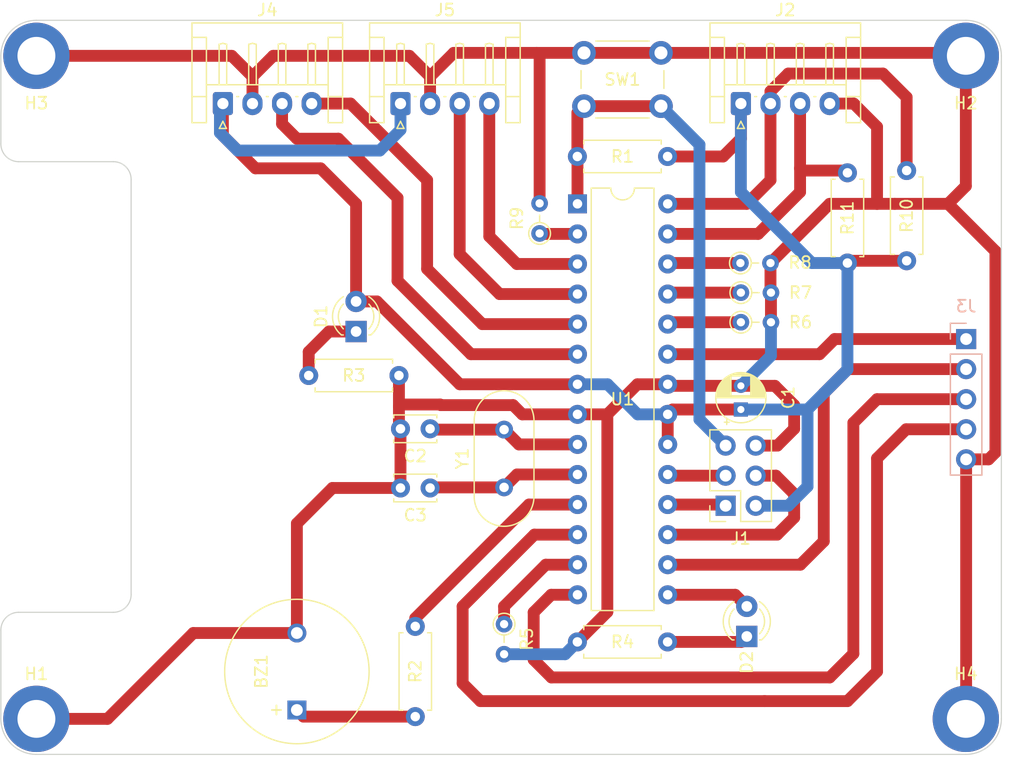
<source format=kicad_pcb>
(kicad_pcb (version 20211014) (generator pcbnew)
  (layers (0 "F.Cu" signal) (31 "B.Cu" signal) (34 "B.Paste" user) (35 "F.Paste" user) (36 "B.SilkS" user "B.Silkscreen") (37 "F.SilkS" user "F.Silkscreen") (38 "B.Mask" user) (39 "F.Mask" user) (44 "Edge.Cuts" user))
  (net 0 "")
  (net 1 "Net-(BZ1-Pad1)")
  (net 2 "GND")
  (net 3 "+5V")
  (net 4 "Net-(C2-Pad1)")
  (net 5 "Net-(C3-Pad1)")
  (net 6 "Net-(D1-Pad1)")
  (net 7 "/LED")
  (net 8 "/MISO")
  (net 9 "/SCK")
  (net 10 "/MOSI")
  (net 11 "/RST")
  (net 12 "/SDA")
  (net 13 "/SCL")
  (net 14 "/BUZZ")
  (net 15 "/DM1")
  (net 16 "/PM1")
  (net 17 "/DM2")
  (net 18 "/PM2")
  (net 19 "/S5")
  (net 20 "Net-(D2-Pad1)")
  (net 21 "/M1A")
  (net 22 "/M1B")
  (net 23 "/M2A")
  (net 24 "/M2B")
  (net 25 "/S1")
  (net 26 "/S2")
  (net 27 "/S3")
  (net 28 "/S4")
  (footprint "Resistor_THT:R_Axial_DIN0207_L6.3mm_D2.5mm_P7.62mm_Horizontal" (layer "F.Cu") (at 106.31 61.5 180)
    (fp_text reference "R1" (at 3.81 0) (layer "F.SilkS"))
    (fp_text value "10K")
    (pad "1" thru_hole circle (at 0 0 180) (size 1.6 1.6) (drill 0.8) (layers *.Cu *.Mask) (net 3 "+5V"))
    (pad "2" thru_hole oval (at 7.62 0 180) (size 1.6 1.6) (drill 0.8) (layers *.Cu *.Mask) (net 11 "/RST"))
  )
  (footprint "Resistor_THT:R_Axial_DIN0207_L6.3mm_D2.5mm_P7.62mm_Horizontal" (layer "F.Cu") (at 76 80)
    (fp_text reference "R3" (at 3.81 0) (layer "F.SilkS"))
    (fp_text value "1K")
    (pad "1" thru_hole circle (at 0 0) (size 1.6 1.6) (drill 0.8) (layers *.Cu *.Mask) (net 6 "Net-(D1-Pad1)"))
    (pad "2" thru_hole oval (at 7.62 0) (size 1.6 1.6) (drill 0.8) (layers *.Cu *.Mask) (net 2 "GND"))
  )
  (footprint "Connector_JST:JST_EH_S4B-EH_1x04_P2.50mm_Horizontal" (layer "F.Cu") (at 112.5 57.0325)
    (fp_text reference "J2" (at 3.75 -7.9) (layer "F.SilkS"))
    (fp_text value "I2C")
    (pad "1" thru_hole roundrect (at 0 0) (size 1.7 1.95) (drill 0.95) (layers *.Cu *.Mask) (roundrect_rratio 0.1470588235) (net 3 "+5V"))
    (pad "2" thru_hole oval (at 2.5 0) (size 1.7 1.95) (drill 0.95) (layers *.Cu *.Mask) (net 13 "/SCL"))
    (pad "3" thru_hole oval (at 5 0) (size 1.7 1.95) (drill 0.95) (layers *.Cu *.Mask) (net 12 "/SDA"))
    (pad "4" thru_hole oval (at 7.5 0) (size 1.7 1.95) (drill 0.95) (layers *.Cu *.Mask) (net 2 "GND"))
  )
  (footprint "Resistor_THT:R_Axial_DIN0207_L6.3mm_D2.5mm_P7.62mm_Horizontal" (layer "F.Cu") (at 121.5 70.5 90)
    (fp_text reference "R11" (at 3.81 0 90) (layer "F.SilkS"))
    (fp_text value "10K")
    (pad "1" thru_hole circle (at 0 0 90) (size 1.6 1.6) (drill 0.8) (layers *.Cu *.Mask) (net 3 "+5V"))
    (pad "2" thru_hole oval (at 7.62 0 90) (size 1.6 1.6) (drill 0.8) (layers *.Cu *.Mask) (net 12 "/SDA"))
  )
  (footprint "Resistor_THT:R_Axial_DIN0207_L6.3mm_D2.5mm_P7.62mm_Horizontal" (layer "F.Cu") (at 126.5 70.31 90)
    (fp_text reference "R10" (at 3.81 0 90) (layer "F.SilkS"))
    (fp_text value "10K")
    (pad "1" thru_hole circle (at 0 0 90) (size 1.6 1.6) (drill 0.8) (layers *.Cu *.Mask) (net 3 "+5V"))
    (pad "2" thru_hole oval (at 7.62 0 90) (size 1.6 1.6) (drill 0.8) (layers *.Cu *.Mask) (net 13 "/SCL"))
  )
  (footprint "LED_THT:LED_D3.0mm" (layer "F.Cu") (at 113 102.04 90)
    (fp_text reference "D2" (at -2.19 0 90) (layer "F.SilkS"))
    (fp_text value "BUILD-IN")
    (pad "1" thru_hole rect (at 0 0 90) (size 1.8 1.8) (drill 0.9) (layers *.Cu *.Mask) (net 20 "Net-(D2-Pad1)"))
    (pad "2" thru_hole circle (at 2.54 0 90) (size 1.8 1.8) (drill 0.9) (layers *.Cu *.Mask) (net 7 "/LED"))
  )
  (footprint "Resistor_THT:R_Axial_DIN0204_L3.6mm_D1.6mm_P2.54mm_Vertical" (layer "F.Cu") (at 112.46 70.5)
    (fp_text reference "R8" (at 5.04 -0.04) (layer "F.SilkS"))
    (fp_text value "5K")
    (pad "1" thru_hole circle (at 0 0) (size 1.4 1.4) (drill 0.7) (layers *.Cu *.Mask) (net 28 "/S4"))
    (pad "2" thru_hole oval (at 2.54 0) (size 1.4 1.4) (drill 0.7) (layers *.Cu *.Mask) (net 2 "GND"))
  )
  (footprint "Connector_JST:JST_EH_S4B-EH_1x04_P2.50mm_Horizontal" (layer "F.Cu") (at 83.75 57.0325)
    (fp_text reference "J5" (at 3.75 -7.9) (layer "F.SilkS"))
    (fp_text value "M2")
    (pad "1" thru_hole roundrect (at 0 0) (size 1.7 1.95) (drill 0.95) (layers *.Cu *.Mask) (roundrect_rratio 0.1470588235) (net 3 "+5V"))
    (pad "2" thru_hole oval (at 2.5 0) (size 1.7 1.95) (drill 0.95) (layers *.Cu *.Mask) (net 2 "GND"))
    (pad "3" thru_hole oval (at 5 0) (size 1.7 1.95) (drill 0.95) (layers *.Cu *.Mask) (net 23 "/M2A"))
    (pad "4" thru_hole oval (at 7.5 0) (size 1.7 1.95) (drill 0.95) (layers *.Cu *.Mask) (net 24 "/M2B"))
  )
  (footprint "Button_Switch_THT:SW_PUSH_6mm" (layer "F.Cu") (at 105.75 57.25 180)
    (fp_text reference "SW1" (at 3.25 2.25) (layer "F.SilkS"))
    (fp_text value "reset")
    (pad "1" thru_hole circle (at 6.5 0 270) (size 2 2) (drill 1.1) (layers *.Cu *.Mask) (net 11 "/RST"))
    (pad "1" thru_hole circle (at 0 0 270) (size 2 2) (drill 1.1) (layers *.Cu *.Mask) (net 11 "/RST"))
    (pad "2" thru_hole circle (at 0 4.5 270) (size 2 2) (drill 1.1) (layers *.Cu *.Mask) (net 2 "GND"))
    (pad "2" thru_hole circle (at 6.5 4.5 270) (size 2 2) (drill 1.1) (layers *.Cu *.Mask) (net 2 "GND"))
  )
  (footprint "Resistor_THT:R_Axial_DIN0204_L3.6mm_D1.6mm_P2.54mm_Vertical" (layer "F.Cu") (at 92.5 101 -90)
    (fp_text reference "R5" (at 1.27 -1.92 90) (layer "F.SilkS"))
    (fp_text value "5K")
    (pad "1" thru_hole circle (at 0 0 270) (size 1.4 1.4) (drill 0.7) (layers *.Cu *.Mask) (net 25 "/S1"))
    (pad "2" thru_hole oval (at 2.54 0 270) (size 1.4 1.4) (drill 0.7) (layers *.Cu *.Mask) (net 2 "GND"))
  )
  (footprint "LED_THT:LED_D3.0mm" (layer "F.Cu") (at 80 76.285 90)
    (fp_text reference "D1" (at 1.27 -2.96 90) (layer "F.SilkS"))
    (fp_text value "POWER")
    (pad "1" thru_hole rect (at 0 0 90) (size 1.8 1.8) (drill 0.9) (layers *.Cu *.Mask) (net 6 "Net-(D1-Pad1)"))
    (pad "2" thru_hole circle (at 2.54 0 90) (size 1.8 1.8) (drill 0.9) (layers *.Cu *.Mask) (net 3 "+5V"))
  )
  (footprint "MountingHole:MountingHole_3.2mm_M3_DIN965_Pad" (layer "F.Cu") (at 131.5 53)
    (fp_text reference "H2" (at 0 4) (layer "F.SilkS"))
    (fp_text value "M3")
    (pad "1" thru_hole circle (at 0 0) (size 5.6 5.6) (drill 3.2) (layers *.Cu *.Mask) (net 2 "GND"))
  )
  (footprint "Resistor_THT:R_Axial_DIN0204_L3.6mm_D1.6mm_P2.54mm_Vertical" (layer "F.Cu") (at 95.5 68 90)
    (fp_text reference "R9" (at 1.27 -1.92 90) (layer "F.SilkS"))
    (fp_text value "5K")
    (pad "1" thru_hole circle (at 0 0 90) (size 1.4 1.4) (drill 0.7) (layers *.Cu *.Mask) (net 19 "/S5"))
    (pad "2" thru_hole oval (at 2.54 0 90) (size 1.4 1.4) (drill 0.7) (layers *.Cu *.Mask) (net 2 "GND"))
  )
  (footprint "Capacitor_THT:CP_Radial_D4.0mm_P2.00mm" (layer "F.Cu") (at 112.5 82.87198 90)
    (fp_text reference "C1" (at 1 4 90) (layer "F.SilkS"))
    (fp_text value "10uF")
    (pad "1" thru_hole rect (at 0 0 90) (size 1.2 1.2) (drill 0.6) (layers *.Cu *.Mask) (net 3 "+5V"))
    (pad "2" thru_hole circle (at 2 0 90) (size 1.2 1.2) (drill 0.6) (layers *.Cu *.Mask) (net 2 "GND"))
  )
  (footprint "Crystal:Crystal_HC49-4H_Vertical" (layer "F.Cu") (at 92.5 89.45 90)
    (fp_text reference "Y1" (at 2.44 -3.525 90) (layer "F.SilkS"))
    (fp_text value "16Mhz")
    (pad "1" thru_hole circle (at 0 0 90) (size 1.5 1.5) (drill 0.8) (layers *.Cu *.Mask) (net 5 "Net-(C3-Pad1)"))
    (pad "2" thru_hole circle (at 4.88 0 90) (size 1.5 1.5) (drill 0.8) (layers *.Cu *.Mask) (net 4 "Net-(C2-Pad1)"))
  )
  (footprint "Resistor_THT:R_Axial_DIN0207_L6.3mm_D2.5mm_P7.62mm_Horizontal" (layer "F.Cu") (at 106.31 102.5 180)
    (fp_text reference "R4" (at 3.81 0 180) (layer "F.SilkS"))
    (fp_text value "470E")
    (pad "1" thru_hole circle (at 0 0 180) (size 1.6 1.6) (drill 0.8) (layers *.Cu *.Mask) (net 20 "Net-(D2-Pad1)"))
    (pad "2" thru_hole oval (at 7.62 0 180) (size 1.6 1.6) (drill 0.8) (layers *.Cu *.Mask) (net 2 "GND"))
  )
  (footprint "Buzzer_Beeper:MagneticBuzzer_ProSignal_ABT-410-RC" (layer "F.Cu") (at 75 108.25 90)
    (fp_text reference "BZ1" (at 3.25 -3 90) (layer "F.SilkS"))
    (fp_text value "Passive")
    (fp_text user "+" (at 0 -1.8 90) (layer "F.SilkS"))
    (pad "1" thru_hole rect (at 0 0 90) (size 1.6 1.6) (drill 1) (layers *.Cu *.Mask) (net 1 "Net-(BZ1-Pad1)"))
    (pad "2" thru_hole circle (at 6.5 0 90) (size 1.6 1.6) (drill 1) (layers *.Cu *.Mask) (net 2 "GND"))
  )
  (footprint "Capacitor_THT:C_Disc_D3.4mm_W2.1mm_P2.50mm" (layer "F.Cu") (at 86.25 84.5 180)
    (fp_text reference "C2" (at 1.25 -2.3) (layer "F.SilkS"))
    (fp_text value "22pF")
    (pad "1" thru_hole circle (at 0 0 180) (size 1.6 1.6) (drill 0.8) (layers *.Cu *.Mask) (net 4 "Net-(C2-Pad1)"))
    (pad "2" thru_hole circle (at 2.5 0 180) (size 1.6 1.6) (drill 0.8) (layers *.Cu *.Mask) (net 2 "GND"))
  )
  (footprint "Capacitor_THT:C_Disc_D3.4mm_W2.1mm_P2.50mm" (layer "F.Cu") (at 86.25 89.5 180)
    (fp_text reference "C3" (at 1.25 -2.3) (layer "F.SilkS"))
    (fp_text value "22pF")
    (pad "1" thru_hole circle (at 0 0 180) (size 1.6 1.6) (drill 0.8) (layers *.Cu *.Mask) (net 5 "Net-(C3-Pad1)"))
    (pad "2" thru_hole circle (at 2.5 0 180) (size 1.6 1.6) (drill 0.8) (layers *.Cu *.Mask) (net 2 "GND"))
  )
  (footprint "Connector_JST:JST_EH_S4B-EH_1x04_P2.50mm_Horizontal" (layer "F.Cu") (at 68.75 57.0325)
    (fp_text reference "J4" (at 3.75 -7.9) (layer "F.SilkS"))
    (fp_text value "M1")
    (pad "1" thru_hole roundrect (at 0 0) (size 1.7 1.95) (drill 0.95) (layers *.Cu *.Mask) (roundrect_rratio 0.1470588235) (net 3 "+5V"))
    (pad "2" thru_hole oval (at 2.5 0) (size 1.7 1.95) (drill 0.95) (layers *.Cu *.Mask) (net 2 "GND"))
    (pad "3" thru_hole oval (at 5 0) (size 1.7 1.95) (drill 0.95) (layers *.Cu *.Mask) (net 21 "/M1A"))
    (pad "4" thru_hole oval (at 7.5 0) (size 1.7 1.95) (drill 0.95) (layers *.Cu *.Mask) (net 22 "/M1B"))
  )
  (footprint "MountingHole:MountingHole_3.2mm_M3_DIN965_Pad" (layer "F.Cu") (at 53 53)
    (fp_text reference "H3" (at 0 4) (layer "F.SilkS"))
    (fp_text value "M3")
    (pad "1" thru_hole circle (at 0 0) (size 5.6 5.6) (drill 3.2) (layers *.Cu *.Mask) (net 2 "GND"))
  )
  (footprint "MountingHole:MountingHole_3.2mm_M3_DIN965_Pad" (layer "F.Cu") (at 53 109)
    (fp_text reference "H1" (at 0 -3.8) (layer "F.SilkS"))
    (fp_text value "M3")
    (pad "1" thru_hole circle (at 0 0) (size 5.6 5.6) (drill 3.2) (layers *.Cu *.Mask) (net 2 "GND"))
  )
  (footprint "Resistor_THT:R_Axial_DIN0204_L3.6mm_D1.6mm_P2.54mm_Vertical" (layer "F.Cu") (at 112.5 75.5)
    (fp_text reference "R6" (at 5.04 0) (layer "F.SilkS"))
    (fp_text value "5K")
    (pad "1" thru_hole circle (at 0 0) (size 1.4 1.4) (drill 0.7) (layers *.Cu *.Mask) (net 26 "/S2"))
    (pad "2" thru_hole oval (at 2.54 0) (size 1.4 1.4) (drill 0.7) (layers *.Cu *.Mask) (net 2 "GND"))
  )
  (footprint "MountingHole:MountingHole_3.2mm_M3_DIN965_Pad" (layer "F.Cu") (at 131.5 109)
    (fp_text reference "H4" (at 0 -3.8) (layer "F.SilkS"))
    (fp_text value "M3")
    (pad "1" thru_hole circle (at 0 0) (size 5.6 5.6) (drill 3.2) (layers *.Cu *.Mask) (net 2 "GND"))
  )
  (footprint "Resistor_THT:R_Axial_DIN0207_L6.3mm_D2.5mm_P7.62mm_Horizontal" (layer "F.Cu") (at 85 108.81 90)
    (fp_text reference "R2" (at 3.81 0 90) (layer "F.SilkS"))
    (fp_text value "100E")
    (pad "1" thru_hole circle (at 0 0 90) (size 1.6 1.6) (drill 0.8) (layers *.Cu *.Mask) (net 1 "Net-(BZ1-Pad1)"))
    (pad "2" thru_hole oval (at 7.62 0 90) (size 1.6 1.6) (drill 0.8) (layers *.Cu *.Mask) (net 14 "/BUZZ"))
  )
  (footprint "Connector_PinSocket_2.54mm:PinSocket_2x03_P2.54mm_Vertical" (layer "F.Cu") (at 111.21 91 180)
    (fp_text reference "J1" (at -1.27 -2.77) (layer "F.SilkS"))
    (fp_text value "ISP")
    (pad "1" thru_hole rect (at 0 0 180) (size 1.7 1.7) (drill 1) (layers *.Cu *.Mask) (net 8 "/MISO"))
    (pad "2" thru_hole oval (at -2.54 0 180) (size 1.7 1.7) (drill 1) (layers *.Cu *.Mask) (net 3 "+5V"))
    (pad "3" thru_hole oval (at 0 2.54 180) (size 1.7 1.7) (drill 1) (layers *.Cu *.Mask) (net 9 "/SCK"))
    (pad "4" thru_hole oval (at -2.54 2.54 180) (size 1.7 1.7) (drill 1) (layers *.Cu *.Mask) (net 10 "/MOSI"))
    (pad "5" thru_hole oval (at 0 5.08 180) (size 1.7 1.7) (drill 1) (layers *.Cu *.Mask) (net 11 "/RST"))
    (pad "6" thru_hole oval (at -2.54 5.08 180) (size 1.7 1.7) (drill 1) (layers *.Cu *.Mask) (net 2 "GND"))
  )
  (footprint "Resistor_THT:R_Axial_DIN0204_L3.6mm_D1.6mm_P2.54mm_Vertical" (layer "F.Cu") (at 112.5 73)
    (fp_text reference "R7" (at 5.04 0) (layer "F.SilkS"))
    (fp_text value "5K")
    (pad "1" thru_hole circle (at 0 0) (size 1.4 1.4) (drill 0.7) (layers *.Cu *.Mask) (net 27 "/S3"))
    (pad "2" thru_hole oval (at 2.54 0) (size 1.4 1.4) (drill 0.7) (layers *.Cu *.Mask) (net 2 "GND"))
  )
  (footprint "Package_DIP:DIP-28_W7.62mm" (layer "F.Cu") (at 98.7 65.5)
    (fp_text reference "U1" (at 3.8 16.5) (layer "F.SilkS"))
    (fp_text value "ATmega328-P")
    (pad "1" thru_hole rect (at 0 0) (size 1.6 1.6) (drill 0.8) (layers *.Cu *.Mask) (net 11 "/RST"))
    (pad "2" thru_hole oval (at 0 2.54) (size 1.6 1.6) (drill 0.8) (layers *.Cu *.Mask) (net 19 "/S5"))
    (pad "3" thru_hole oval (at 0 5.08) (size 1.6 1.6) (drill 0.8) (layers *.Cu *.Mask) (net 24 "/M2B"))
    (pad "4" thru_hole oval (at 0 7.62) (size 1.6 1.6) (drill 0.8) (layers *.Cu *.Mask) (net 23 "/M2A"))
    (pad "5" thru_hole oval (at 0 10.16) (size 1.6 1.6) (drill 0.8) (layers *.Cu *.Mask) (net 22 "/M1B"))
    (pad "6" thru_hole oval (at 0 12.7) (size 1.6 1.6) (drill 0.8) (layers *.Cu *.Mask) (net 21 "/M1A"))
    (pad "7" thru_hole oval (at 0 15.24) (size 1.6 1.6) (drill 0.8) (layers *.Cu *.Mask) (net 3 "+5V"))
    (pad "8" thru_hole oval (at 0 17.78) (size 1.6 1.6) (drill 0.8) (layers *.Cu *.Mask) (net 2 "GND"))
    (pad "9" thru_hole oval (at 0 20.32) (size 1.6 1.6) (drill 0.8) (layers *.Cu *.Mask) (net 4 "Net-(C2-Pad1)"))
    (pad "10" thru_hole oval (at 0 22.86) (size 1.6 1.6) (drill 0.8) (layers *.Cu *.Mask) (net 5 "Net-(C3-Pad1)"))
    (pad "11" thru_hole oval (at 0 25.4) (size 1.6 1.6) (drill 0.8) (layers *.Cu *.Mask) (net 14 "/BUZZ"))
    (pad "12" thru_hole oval (at 0 27.94) (size 1.6 1.6) (drill 0.8) (layers *.Cu *.Mask) (net 18 "/PM2"))
    (pad "13" thru_hole oval (at 0 30.48) (size 1.6 1.6) (drill 0.8) (layers *.Cu *.Mask) (net 25 "/S1"))
    (pad "14" thru_hole oval (at 0 33.02) (size 1.6 1.6) (drill 0.8) (layers *.Cu *.Mask) (net 17 "/DM2"))
    (pad "15" thru_hole oval (at 7.62 33.02) (size 1.6 1.6) (drill 0.8) (layers *.Cu *.Mask) (net 7 "/LED"))
    (pad "16" thru_hole oval (at 7.62 30.48) (size 1.6 1.6) (drill 0.8) (layers *.Cu *.Mask) (net 16 "/PM1"))
    (pad "17" thru_hole oval (at 7.62 27.94) (size 1.6 1.6) (drill 0.8) (layers *.Cu *.Mask) (net 10 "/MOSI"))
    (pad "18" thru_hole oval (at 7.62 25.4) (size 1.6 1.6) (drill 0.8) (layers *.Cu *.Mask) (net 8 "/MISO"))
    (pad "19" thru_hole oval (at 7.62 22.86) (size 1.6 1.6) (drill 0.8) (layers *.Cu *.Mask) (net 9 "/SCK"))
    (pad "20" thru_hole oval (at 7.62 20.32) (size 1.6 1.6) (drill 0.8) (layers *.Cu *.Mask) (net 3 "+5V"))
    (pad "21" thru_hole oval (at 7.62 17.78) (size 1.6 1.6) (drill 0.8) (layers *.Cu *.Mask) (net 3 "+5V"))
    (pad "22" thru_hole oval (at 7.62 15.24) (size 1.6 1.6) (drill 0.8) (layers *.Cu *.Mask) (net 2 "GND"))
    (pad "23" thru_hole oval (at 7.62 12.7) (size 1.6 1.6) (drill 0.8) (layers *.Cu *.Mask) (net 15 "/DM1"))
    (pad "24" thru_hole oval (at 7.62 10.16) (size 1.6 1.6) (drill 0.8) (layers *.Cu *.Mask) (net 26 "/S2"))
    (pad "25" thru_hole oval (at 7.62 7.62) (size 1.6 1.6) (drill 0.8) (layers *.Cu *.Mask) (net 27 "/S3"))
    (pad "26" thru_hole oval (at 7.62 5.08) (size 1.6 1.6) (drill 0.8) (layers *.Cu *.Mask) (net 28 "/S4"))
    (pad "27" thru_hole oval (at 7.62 2.54) (size 1.6 1.6) (drill 0.8) (layers *.Cu *.Mask) (net 12 "/SDA"))
    (pad "28" thru_hole oval (at 7.62 0) (size 1.6 1.6) (drill 0.8) (layers *.Cu *.Mask) (net 13 "/SCL"))
  )
  (footprint "Connector_PinSocket_2.54mm:PinSocket_1x05_P2.54mm_Vertical" (layer "B.Cu") (at 131.525 76.92 180)
    (fp_text reference "J3" (at 0 2.77) (layer "B.SilkS") (effects (justify mirror)))
    (fp_text value "Motor Signal")
    (pad "1" thru_hole rect (at 0 0 180) (size 1.7 1.7) (drill 1) (layers *.Cu *.Mask) (net 15 "/DM1"))
    (pad "2" thru_hole oval (at 0 -2.54 180) (size 1.7 1.7) (drill 1) (layers *.Cu *.Mask) (net 16 "/PM1"))
    (pad "3" thru_hole oval (at 0 -5.08 180) (size 1.7 1.7) (drill 1) (layers *.Cu *.Mask) (net 17 "/DM2"))
    (pad "4" thru_hole oval (at 0 -7.62 180) (size 1.7 1.7) (drill 1) (layers *.Cu *.Mask) (net 18 "/PM2"))
    (pad "5" thru_hole oval (at 0 -10.16 180) (size 1.7 1.7) (drill 1) (layers *.Cu *.Mask) (net 2 "GND"))
  )
  (gr_line (start 61 98.5) (end 61 63.43934) (layer "Edge.Cuts") (width 0.1))
  (gr_line (start 59.5 61.93934) (end 51.5 61.93934) (layer "Edge.Cuts") (width 0.1))
  (gr_line (start 50 60.43934) (end 50 53) (layer "Edge.Cuts") (width 0.1))
  (gr_line (start 53 50) (end 131.5 50) (layer "Edge.Cuts") (width 0.1))
  (gr_arc (start 134.5 109) (mid 133.62132 111.12132) (end 131.5 112) (layer "Edge.Cuts") (width 0.1))
  (gr_arc (start 59.5 61.93934) (mid 60.56066 62.37868) (end 61 63.43934) (layer "Edge.Cuts") (width 0.1))
  (gr_arc (start 61 98.5) (mid 60.56066 99.56066) (end 59.5 100) (layer "Edge.Cuts") (width 0.1))
  (gr_line (start 50 109) (end 50 101.5) (layer "Edge.Cuts") (width 0.1))
  (gr_line (start 134.5 53) (end 134.5 109) (layer "Edge.Cuts") (width 0.1))
  (gr_arc (start 50 101.5) (mid 50.43934 100.43934) (end 51.5 100) (layer "Edge.Cuts") (width 0.1))
  (gr_arc (start 53 112) (mid 50.87868 111.12132) (end 50 109) (layer "Edge.Cuts") (width 0.1))
  (gr_arc (start 50 53) (mid 50.87868 50.87868) (end 53 50) (layer "Edge.Cuts") (width 0.1))
  (gr_arc (start 131.5 50) (mid 133.62132 50.87868) (end 134.5 53) (layer "Edge.Cuts") (width 0.1))
  (gr_arc (start 51.5 61.93934) (mid 50.43934 61.5) (end 50 60.43934) (layer "Edge.Cuts") (width 0.1))
  (gr_line (start 131.5 112) (end 53 112) (layer "Edge.Cuts") (width 0.1))
  (gr_line (start 51.5 100) (end 59.5 100) (layer "Edge.Cuts") (width 0.1))
  (segment (start 75.56 108.81) (end 75 108.25) (width 1) (layer "F.Cu") (net 1))
  (segment (start 85 108.81) (end 75.56 108.81) (width 1) (layer "F.Cu") (net 1))
  (segment (start 75 92.5) (end 78 89.5) (width 1) (layer "F.Cu") (net 2))
  (segment (start 53 109) (end 59 109) (width 1) (layer "F.Cu") (net 2))
  (segment (start 95.25 52.75) (end 88.25 52.75) (width 1) (layer "F.Cu") (net 2))
  (segment (start 131.25 52.75) (end 131.5 53) (width 1) (layer "F.Cu") (net 2))
  (segment (start 75 101.75) (end 75 92.5) (width 1) (layer "F.Cu") (net 2))
  (segment (start 115 72.96) (end 115.04 73) (width 1) (layer "F.Cu") (net 2))
  (segment (start 84.5 53) (end 86.25 54.75) (width 1) (layer "F.Cu") (net 2))
  (segment (start 98.7 83.28) (end 94.038428 83.28) (width 1) (layer "F.Cu") (net 2))
  (segment (start 99.25 52.75) (end 105.75 52.75) (width 1) (layer "F.Cu") (net 2))
  (segment (start 101.22 99.97) (end 101.22 83.28) (width 1) (layer "F.Cu") (net 2))
  (segment (start 71.25 54.75) (end 71.25 57.0325) (width 1) (layer "F.Cu") (net 2))
  (segment (start 69.5 53) (end 71.25 54.75) (width 1) (layer "F.Cu") (net 2))
  (segment (start 117 84.5) (end 117 82.5) (width 1) (layer "F.Cu") (net 2))
  (segment (start 95.5 53) (end 95.25 52.75) (width 1) (layer "F.Cu") (net 2))
  (segment (start 112.5 80.87198) (end 106.45198 80.87198) (width 1) (layer "F.Cu") (net 2))
  (segment (start 98.7 83.28) (end 101.22 83.28) (width 1) (layer "F.Cu") (net 2))
  (segment (start 120 65.5) (end 124 65.5) (width 1) (layer "F.Cu") (net 2))
  (segment (start 86.25 54.75) (end 86.25 57.0325) (width 1) (layer "F.Cu") (net 2))
  (segment (start 88.25 52.75) (end 86.25 54.75) (width 1) (layer "F.Cu") (net 2))
  (segment (start 115.58 85.92) (end 117 84.5) (width 1) (layer "F.Cu") (net 2))
  (segment (start 103.76 80.74) (end 106.32 80.74) (width 1) (layer "F.Cu") (net 2))
  (segment (start 101.22 83.28) (end 103.76 80.74) (width 1) (layer "F.Cu") (net 2))
  (segment (start 134 86.5) (end 133.42 87.08) (width 1) (layer "F.Cu") (net 2))
  (segment (start 71.25 54.75) (end 73 53) (width 1) (layer "F.Cu") (net 2))
  (segment (start 124 59) (end 122.0325 57.0325) (width 1) (layer "F.Cu") (net 2))
  (segment (start 53 53) (end 69.5 53) (width 1) (layer "F.Cu") (net 2))
  (segment (start 122.0325 57.0325) (end 120 57.0325) (width 1) (layer "F.Cu") (net 2))
  (segment (start 66.25 101.75) (end 75 101.75) (width 1) (layer "F.Cu") (net 2))
  (segment (start 117 82.5) (end 115.37198 80.87198) (width 1) (layer "F.Cu") (net 2))
  (segment (start 94.038428 83.28) (end 93.258428 82.5) (width 1) (layer "F.Cu") (net 2))
  (segment (start 98.69 102.5) (end 101.22 99.97) (width 1) (layer "F.Cu") (net 2))
  (segment (start 83.62 84.37) (end 83.75 84.5) (width 1) (layer "F.Cu") (net 2))
  (segment (start 73 53) (end 84.5 53) (width 1) (layer "F.Cu") (net 2))
  (segment (start 131.5 53) (end 131.5 64) (width 1) (layer "F.Cu") (net 2))
  (segment (start 93.258428 82.5) (end 87.149138 82.5) (width 1) (layer "F.Cu") (net 2))
  (segment (start 83.62 82.62) (end 83.62 84.37) (width 1) (layer "F.Cu") (net 2))
  (segment (start 131.525 108.975) (end 131.5 109) (width 1) (layer "F.Cu") (net 2))
  (segment (start 87.099638 82.4505) (end 83.7895 82.4505) (width 1) (layer "F.Cu") (net 2))
  (segment (start 124 59) (end 124 65.5) (width 1) (layer "F.Cu") (net 2))
  (segment (start 115 70.5) (end 120 65.5) (width 1) (layer "F.Cu") (net 2))
  (segment (start 131.5 64) (end 130 65.5) (width 1) (layer "F.Cu") (net 2))
  (segment (start 87.149138 82.5) (end 87.099638 82.4505) (width 1) (layer "F.Cu") (net 2))
  (segment (start 115.04 73) (end 115.04 75.5) (width 1) (layer "F.Cu") (net 2))
  (segment (start 124 65.5) (end 125.5 65.5) (width 1) (layer "F.Cu") (net 2))
  (segment (start 131.525 87.08) (end 131.525 108.975) (width 1) (layer "F.Cu") (net 2))
  (segment (start 78 89.5) (end 83.75 89.5) (width 1) (layer "F.Cu") (net 2))
  (segment (start 130 65.5) (end 134 69.5) (width 1) (layer "F.Cu") (net 2))
  (segment (start 133.42 87.08) (end 131.525 87.08) (width 1) (layer "F.Cu") (net 2))
  (segment (start 59 109) (end 66.25 101.75) (width 1) (layer "F.Cu") (net 2))
  (segment (start 113.75 85.92) (end 115.58 85.92) (width 1) (layer "F.Cu") (net 2))
  (segment (start 134 69.5) (end 134 86.5) (width 1) (layer "F.Cu") (net 2))
  (segment (start 106.45198 80.87198) (end 106.32 80.74) (width 1) (layer "F.Cu") (net 2))
  (segment (start 105.75 52.75) (end 131.25 52.75) (width 1) (layer "F.Cu") (net 2))
  (segment (start 99.25 52.75) (end 95.25 52.75) (width 1) (layer "F.Cu") (net 2))
  (segment (start 115.37198 80.87198) (end 112.5 80.87198) (width 1) (layer "F.Cu") (net 2))
  (segment (start 83.7895 82.4505) (end 83.62 82.62) (width 1) (layer "F.Cu") (net 2))
  (segment (start 130 65.5) (end 125.5 65.5) (width 1) (layer "F.Cu") (net 2))
  (segment (start 115 70.5) (end 115 72.96) (width 1) (layer "F.Cu") (net 2))
  (segment (start 83.62 80) (end 83.62 82.62) (width 1) (layer "F.Cu") (net 2))
  (segment (start 95.5 65.46) (end 95.5 53) (width 1) (layer "F.Cu") (net 2))
  (segment (start 83.75 84.5) (end 83.75 89.5) (width 1) (layer "F.Cu") (net 2))
  (segment (start 115.04 75.5) (end 115.04 78.33198) (width 1) (layer "B.Cu") (net 2))
  (segment (start 115.04 78.33198) (end 112.5 80.87198) (width 1) (layer "B.Cu") (net 2))
  (segment (start 92.5 103.54) (end 97.65 103.54) (width 1) (layer "B.Cu") (net 2))
  (segment (start 97.65 103.54) (end 98.69 102.5) (width 1) (layer "B.Cu") (net 2))
  (segment (start 80 73.745) (end 80 65.5) (width 1) (layer "F.Cu") (net 3))
  (segment (start 106.31 61.5) (end 111 61.5) (width 1) (layer "F.Cu") (net 3))
  (segment (start 80 73.745) (end 81.76 73.745) (width 1) (layer "F.Cu") (net 3))
  (segment (start 126.5 70.31) (end 121.5 70.31) (width 1) (layer "F.Cu") (net 3))
  (segment (start 71.5 62.5) (end 68.75 59.75) (width 1) (layer "F.Cu") (net 3))
  (segment (start 111 61.5) (end 112.5 60) (width 1) (layer "F.Cu") (net 3))
  (segment (start 106.32 83.28) (end 106.32 85.82) (width 1) (layer "F.Cu") (net 3))
  (segment (start 68.75 59.75) (end 68.75 57.0325) (width 1) (layer "F.Cu") (net 3))
  (segment (start 106.72802 82.87198) (end 106.32 83.28) (width 1) (layer "F.Cu") (net 3))
  (segment (start 81.76 73.745) (end 88.755 80.74) (width 1) (layer "F.Cu") (net 3))
  (segment (start 80 65.5) (end 77 62.5) (width 1) (layer "F.Cu") (net 3))
  (segment (start 88.755 80.74) (end 98.7 80.74) (width 1) (layer "F.Cu") (net 3))
  (segment (start 112.5 82.87198) (end 106.72802 82.87198) (width 1) (layer "F.Cu") (net 3))
  (segment (start 77 62.5) (end 71.5 62.5) (width 1) (layer "F.Cu") (net 3))
  (segment (start 112.5 60) (end 112.5 57.0325) (width 1) (layer "F.Cu") (net 3))
  (segment (start 70 61) (end 68.5 59.5) (width 1) (layer "B.Cu") (net 3))
  (segment (start 68.5 59.5) (end 68.5 57.2825) (width 1) (layer "B.Cu") (net 3))
  (segment (start 98.7 80.74) (end 101.24 80.74) (width 1) (layer "B.Cu") (net 3))
  (segment (start 82 61) (end 70 61) (width 1) (layer "B.Cu") (net 3))
  (segment (start 68.5 57.2825) (end 68.75 57.0325) (width 1) (layer "B.Cu") (net 3))
  (segment (start 101.24 80.74) (end 103.78 83.28) (width 1) (layer "B.Cu") (net 3))
  (segment (start 121.5 79.5) (end 121.5 70.5) (width 1) (layer "B.Cu") (net 3))
  (segment (start 103.78 83.28) (end 106.32 83.28) (width 1) (layer "B.Cu") (net 3))
  (segment (start 116.5 91) (end 118.12802 89.37198) (width 1) (layer "B.Cu") (net 3))
  (segment (start 83.75 59.25) (end 82 61) (width 1) (layer "B.Cu") (net 3))
  (segment (start 83.75 57.0325) (end 83.75 59.25) (width 1) (layer "B.Cu") (net 3))
  (segment (start 118.12802 89.37198) (end 118.12802 82.87198) (width 1) (layer "B.Cu") (net 3))
  (segment (start 121.5 70.5) (end 118.5 70.5) (width 1) (layer "B.Cu") (net 3))
  (segment (start 118.5 70.5) (end 112.5 64.5) (width 1) (layer "B.Cu") (net 3))
  (segment (start 112.5 82.87198) (end 118.12802 82.87198) (width 1) (layer "B.Cu") (net 3))
  (segment (start 112.5 64.5) (end 112.5 57.0325) (width 1) (layer "B.Cu") (net 3))
  (segment (start 118.12802 82.87198) (end 121.5 79.5) (width 1) (layer "B.Cu") (net 3))
  (segment (start 113.75 91) (end 116.5 91) (width 1) (layer "B.Cu") (net 3))
  (segment (start 92.5 84.57) (end 86.32 84.57) (width 1) (layer "F.Cu") (net 4))
  (segment (start 86.32 84.57) (end 86.25 84.5) (width 1) (layer "F.Cu") (net 4))
  (segment (start 93.75 85.82) (end 92.5 84.57) (width 1) (layer "F.Cu") (net 4))
  (segment (start 98.7 85.82) (end 93.75 85.82) (width 1) (layer "F.Cu") (net 4))
  (segment (start 93.59 88.36) (end 92.5 89.45) (width 1) (layer "F.Cu") (net 5))
  (segment (start 98.7 88.36) (end 93.59 88.36) (width 1) (layer "F.Cu") (net 5))
  (segment (start 92.5 89.45) (end 86.3 89.45) (width 1) (layer "F.Cu") (net 5))
  (segment (start 86.3 89.45) (end 86.25 89.5) (width 1) (layer "F.Cu") (net 5))
  (segment (start 76 80) (end 76 78) (width 1) (layer "F.Cu") (net 6))
  (segment (start 76 78) (end 77.715 76.285) (width 1) (layer "F.Cu") (net 6))
  (segment (start 77.715 76.285) (end 80 76.285) (width 1) (layer "F.Cu") (net 6))
  (segment (start 106.32 98.52) (end 112.02 98.52) (width 1) (layer "F.Cu") (net 7))
  (segment (start 112.02 98.52) (end 113 99.5) (width 1) (layer "F.Cu") (net 7))
  (segment (start 106.32 90.9) (end 111.11 90.9) (width 1) (layer "F.Cu") (net 8))
  (segment (start 111.11 90.9) (end 111.21 91) (width 1) (layer "F.Cu") (net 8))
  (segment (start 111.21 88.46) (end 106.42 88.46) (width 1) (layer "F.Cu") (net 9))
  (segment (start 106.42 88.46) (end 106.32 88.36) (width 1) (layer "F.Cu") (net 9))
  (segment (start 115.46 88.46) (end 113.75 88.46) (width 1) (layer "F.Cu") (net 10))
  (segment (start 106.32 93.44) (end 115.56 93.44) (width 1) (layer "F.Cu") (net 10))
  (segment (start 117 92) (end 117 90) (width 1) (layer "F.Cu") (net 10))
  (segment (start 115.56 93.44) (end 117 92) (width 1) (layer "F.Cu") (net 10))
  (segment (start 117 90) (end 115.46 88.46) (width 1) (layer "F.Cu") (net 10))
  (segment (start 98.69 61.5) (end 98.69 57.81) (width 1) (layer "F.Cu") (net 11))
  (segment (start 98.69 57.81) (end 99.25 57.25) (width 1) (layer "F.Cu") (net 11))
  (segment (start 98.7 61.51) (end 98.69 61.5) (width 1) (layer "F.Cu") (net 11))
  (segment (start 98.7 65.5) (end 98.7 61.51) (width 1) (layer "F.Cu") (net 11))
  (segment (start 105.75 57.25) (end 99.25 57.25) (width 1) (layer "F.Cu") (net 11))
  (segment (start 109 60.5) (end 109 83.5) (width 1) (layer "B.Cu") (net 11))
  (segment (start 111.21 85.92) (end 109 83.71) (width 1) (layer "B.Cu") (net 11))
  (segment (start 109 83.71) (end 109 83.5) (width 1) (layer "B.Cu") (net 11))
  (segment (start 105.75 57.25) (end 109 60.5) (width 1) (layer "B.Cu") (net 11))
  (segment (start 113.96 68.04) (end 117.5 64.5) (width 1) (layer "F.Cu") (net 12))
  (segment (start 117.5 62.5) (end 117.5 57.0325) (width 1) (layer "F.Cu") (net 12))
  (segment (start 106.32 68.04) (end 113.96 68.04) (width 1) (layer "F.Cu") (net 12))
  (segment (start 117.69 62.69) (end 117.5 62.5) (width 1) (layer "F.Cu") (net 12))
  (segment (start 121.5 62.69) (end 117.69 62.69) (width 1) (layer "F.Cu") (net 12))
  (segment (start 117.5 64.5) (end 117.5 62.5) (width 1) (layer "F.Cu") (net 12))
  (segment (start 115 56) (end 115 57.0325) (width 1) (layer "F.Cu") (net 13))
  (segment (start 126.5 62.69) (end 126.5 56.5) (width 1) (layer "F.Cu") (net 13))
  (segment (start 124.5 54.5) (end 116.5 54.5) (width 1) (layer "F.Cu") (net 13))
  (segment (start 126.5 56.5) (end 124.5 54.5) (width 1) (layer "F.Cu") (net 13))
  (segment (start 116.5 54.5) (end 115 56) (width 1) (layer "F.Cu") (net 13))
  (segment (start 113 65.5) (end 115 63.5) (width 1) (layer "F.Cu") (net 13))
  (segment (start 106.32 65.5) (end 113 65.5) (width 1) (layer "F.Cu") (net 13))
  (segment (start 115 63.5) (end 115 57.0325) (width 1) (layer "F.Cu") (net 13))
  (segment (start 85 100.5) (end 85 101.19) (width 1) (layer "F.Cu") (net 14))
  (segment (start 94.6 90.9) (end 85 100.5) (width 1) (layer "F.Cu") (net 14))
  (segment (start 98.7 90.9) (end 94.6 90.9) (width 1) (layer "F.Cu") (net 14))
  (segment (start 119.14 78.2) (end 120.42 76.92) (width 1) (layer "F.Cu") (net 15))
  (segment (start 120.42 76.92) (end 131.525 76.92) (width 1) (layer "F.Cu") (net 15))
  (segment (start 106.82 78.2) (end 119.14 78.2) (width 1) (layer "F.Cu") (net 15))
  (segment (start 119.5 81.5) (end 121.54 79.46) (width 1) (layer "F.Cu") (net 16))
  (segment (start 117.52 95.98) (end 106.32 95.98) (width 1) (layer "F.Cu") (net 16))
  (segment (start 119.5 94) (end 119.5 81.5) (width 1) (layer "F.Cu") (net 16))
  (segment (start 117.52 95.98) (end 119.5 94) (width 1) (layer "F.Cu") (net 16))
  (segment (start 121.54 79.46) (end 131.525 79.46) (width 1) (layer "F.Cu") (net 16))
  (segment (start 95 104) (end 96.5 105.5) (width 1) (layer "F.Cu") (net 17))
  (segment (start 120 105.5) (end 122 103.5) (width 1) (layer "F.Cu") (net 17))
  (segment (start 95 100) (end 95 104) (width 1) (layer "F.Cu") (net 17))
  (segment (start 122 103.5) (end 122 84) (width 1) (layer "F.Cu") (net 17))
  (segment (start 124 82) (end 131.525 82) (width 1) (layer "F.Cu") (net 17))
  (segment (start 122 84) (end 124 82) (width 1) (layer "F.Cu") (net 17))
  (segment (start 120 105.5) (end 96.5 105.5) (width 1) (layer "F.Cu") (net 17))
  (segment (start 96.48 98.52) (end 95 100) (width 1) (layer "F.Cu") (net 17))
  (segment (start 98.7 98.52) (end 96.48 98.52) (width 1) (layer "F.Cu") (net 17))
  (segment (start 124 87) (end 126.46 84.54) (width 1) (layer "F.Cu") (net 18))
  (segment (start 124 105) (end 124 87) (width 1) (layer "F.Cu") (net 18))
  (segment (start 131.525 84.54) (end 126.46 84.54) (width 1) (layer "F.Cu") (net 18))
  (segment (start 89 99.5) (end 95.06 93.44) (width 1) (layer "F.Cu") (net 18))
  (segment (start 95.06 93.44) (end 98.7 93.44) (width 1) (layer "F.Cu") (net 18))
  (segment (start 90.5 107.5) (end 89 106) (width 1) (layer "F.Cu") (net 18))
  (segment (start 89 106) (end 89 99.5) (width 1) (layer "F.Cu") (net 18))
  (segment (start 114.5 107.5) (end 121.5 107.5) (width 1) (layer "F.Cu") (net 18))
  (segment (start 114.5 107.5) (end 90.5 107.5) (width 1) (layer "F.Cu") (net 18))
  (segment (start 121.5 107.5) (end 124 105) (width 1) (layer "F.Cu") (net 18))
  (segment (start 98.7 68.04) (end 95.54 68.04) (width 1) (layer "F.Cu") (net 19))
  (segment (start 95.54 68.04) (end 95.5 68) (width 1) (layer "F.Cu") (net 19))
  (segment (start 106.31 102.5) (end 112.54 102.5) (width 1) (layer "F.Cu") (net 20))
  (segment (start 112.54 102.5) (end 113 102.04) (width 1) (layer "F.Cu") (net 20))
  (segment (start 83.5 72) (end 83.5 65) (width 1) (layer "F.Cu") (net 21))
  (segment (start 89.7 78.2) (end 83.5 72) (width 1) (layer "F.Cu") (net 21))
  (segment (start 78.5 60) (end 75 60) (width 1) (layer "F.Cu") (net 21))
  (segment (start 73.75 58.75) (end 73.75 57.0325) (width 1) (layer "F.Cu") (net 21))
  (segment (start 98.7 78.2) (end 89.7 78.2) (width 1) (layer "F.Cu") (net 21))
  (segment (start 83.5 65) (end 78.5 60) (width 1) (layer "F.Cu") (net 21))
  (segment (start 75 60) (end 73.75 58.75) (width 1) (layer "F.Cu") (net 21))
  (segment (start 86 63.5) (end 86 71) (width 1) (layer "F.Cu") (net 22))
  (segment (start 90.66 75.66) (end 98.7 75.66) (width 1) (layer "F.Cu") (net 22))
  (segment (start 76.25 57.0325) (end 79.5325 57.0325) (width 1) (layer "F.Cu") (net 22))
  (segment (start 79.5325 57.0325) (end 86 63.5) (width 1) (layer "F.Cu") (net 22))
  (segment (start 86 71) (end 90.66 75.66) (width 1) (layer "F.Cu") (net 22))
  (segment (start 92.12 73.12) (end 98.7 73.12) (width 1) (layer "F.Cu") (net 23))
  (segment (start 88.75 69.75) (end 92.12 73.12) (width 1) (layer "F.Cu") (net 23))
  (segment (start 88.75 57.0325) (end 88.75 69.75) (width 1) (layer "F.Cu") (net 23))
  (segment (start 93.58 70.58) (end 98.7 70.58) (width 1) (layer "F.Cu") (net 24))
  (segment (start 91.25 57.0325) (end 91.25 68.25) (width 1) (layer "F.Cu") (net 24))
  (segment (start 91.25 68.25) (end 93.58 70.58) (width 1) (layer "F.Cu") (net 24))
  (segment (start 92.5 99.5) (end 96.02 95.98) (width 1) (layer "F.Cu") (net 25))
  (segment (start 96.02 95.98) (end 98.7 95.98) (width 1) (layer "F.Cu") (net 25))
  (segment (start 92.5 101) (end 92.5 99.5) (width 1) (layer "F.Cu") (net 25))
  (segment (start 106.48 75.5) (end 106.32 75.66) (width 1) (layer "F.Cu") (net 26))
  (segment (start 112.5 75.5) (end 106.48 75.5) (width 1) (layer "F.Cu") (net 26))
  (segment (start 112.5 73) (end 106.44 73) (width 1) (layer "F.Cu") (net 27))
  (segment (start 106.44 73) (end 106.32 73.12) (width 1) (layer "F.Cu") (net 27))
  (segment (start 106.4 70.5) (end 106.32 70.58) (width 1) (layer "F.Cu") (net 28))
  (segment (start 112.46 70.5) (end 106.4 70.5) (width 1) (layer "F.Cu") (net 28))
)
</source>
